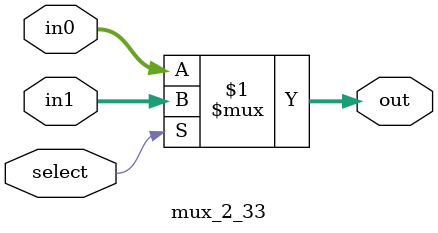
<source format=v>
module mux_2_33(select, in0, in1, out);
	input select;
	input [32:0] in0, in1;
	output [32:0] out;
	assign out = select ? in1 : in0;
endmodule

</source>
